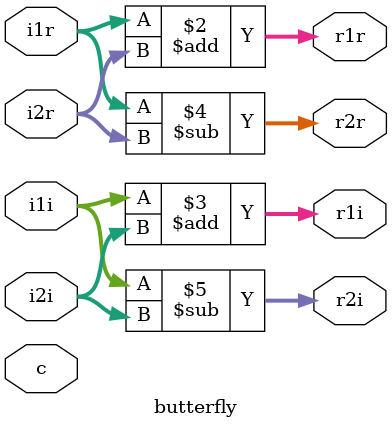
<source format=v>
`timescale 1ns / 1ps

module butterfly(i1r,i1i,i2r,i2i,c,r1r,r1i,r2r,r2i);
input [0:15]i1r;
input [0:15]i1i;
input [0:15]i2r;
input [0:15]i2i;
input c;
output reg signed [0:15]r1r;
output reg signed [0:15]r2r;
output reg signed [0:15]r1i;
output reg signed [0:15]r2i;

always@(*) 
begin

 r1r <= i1r + i2r;			//real
 r1i <= i1i + i2i;		//imag
 r2r <= i1r - i2r;			//real
 r2i <= i1i - i2i;		//imag
end

endmodule

</source>
